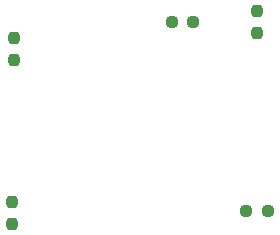
<source format=gbr>
%TF.GenerationSoftware,KiCad,Pcbnew,(7.0.0)*%
%TF.CreationDate,2023-06-11T09:55:09+03:00*%
%TF.ProjectId,C3 pico Breakout PCB,43332070-6963-46f2-9042-7265616b6f75,rev?*%
%TF.SameCoordinates,Original*%
%TF.FileFunction,Paste,Top*%
%TF.FilePolarity,Positive*%
%FSLAX46Y46*%
G04 Gerber Fmt 4.6, Leading zero omitted, Abs format (unit mm)*
G04 Created by KiCad (PCBNEW (7.0.0)) date 2023-06-11 09:55:09*
%MOMM*%
%LPD*%
G01*
G04 APERTURE LIST*
G04 Aperture macros list*
%AMRoundRect*
0 Rectangle with rounded corners*
0 $1 Rounding radius*
0 $2 $3 $4 $5 $6 $7 $8 $9 X,Y pos of 4 corners*
0 Add a 4 corners polygon primitive as box body*
4,1,4,$2,$3,$4,$5,$6,$7,$8,$9,$2,$3,0*
0 Add four circle primitives for the rounded corners*
1,1,$1+$1,$2,$3*
1,1,$1+$1,$4,$5*
1,1,$1+$1,$6,$7*
1,1,$1+$1,$8,$9*
0 Add four rect primitives between the rounded corners*
20,1,$1+$1,$2,$3,$4,$5,0*
20,1,$1+$1,$4,$5,$6,$7,0*
20,1,$1+$1,$6,$7,$8,$9,0*
20,1,$1+$1,$8,$9,$2,$3,0*%
G04 Aperture macros list end*
%ADD10RoundRect,0.237500X0.250000X0.237500X-0.250000X0.237500X-0.250000X-0.237500X0.250000X-0.237500X0*%
%ADD11RoundRect,0.237500X-0.237500X0.250000X-0.237500X-0.250000X0.237500X-0.250000X0.237500X0.250000X0*%
%ADD12RoundRect,0.237500X0.237500X-0.250000X0.237500X0.250000X-0.237500X0.250000X-0.237500X-0.250000X0*%
G04 APERTURE END LIST*
D10*
%TO.C,R6*%
X159155000Y-91760000D03*
X157330000Y-91760000D03*
%TD*%
D11*
%TO.C,R5*%
X158242500Y-74897500D03*
X158242500Y-76722500D03*
%TD*%
D12*
%TO.C,R2*%
X137525000Y-92862500D03*
X137525000Y-91037500D03*
%TD*%
%TO.C,R3*%
X137692500Y-78985000D03*
X137692500Y-77160000D03*
%TD*%
D10*
%TO.C,R1*%
X152830000Y-75785000D03*
X151005000Y-75785000D03*
%TD*%
M02*

</source>
